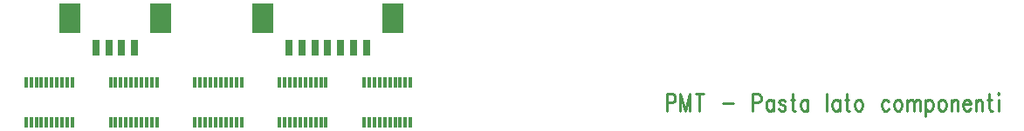
<source format=gbr>
*
*
G04 PADS VX.0 Build Number: 635560 generated Gerber (RS-274-X) file*
G04 PC Version=2.1*
*
%IN "FTC_001.pcb"*%
*
%MOIN*%
*
%FSLAX35Y35*%
*
*
*
*
G04 PC Standard Apertures*
*
*
G04 Thermal Relief Aperture macro.*
%AMTER*
1,1,$1,0,0*
1,0,$1-$2,0,0*
21,0,$3,$4,0,0,45*
21,0,$3,$4,0,0,135*
%
*
*
G04 Annular Aperture macro.*
%AMANN*
1,1,$1,0,0*
1,0,$2,0,0*
%
*
*
G04 Odd Aperture macro.*
%AMODD*
1,1,$1,0,0*
1,0,$1-0.005,0,0*
%
*
*
G04 PC Custom Aperture Macros*
*
*
*
*
*
*
G04 PC Aperture Table*
*
%ADD010C,0.01*%
%ADD040C,0.001*%
%ADD161R,0.02756X0.06299*%
%ADD162R,0.08268X0.11811*%
%ADD163R,0.01181X0.03937*%
*
*
*
*
G04 PC Circuitry*
G04 Layer Name FTC_001.pcb - circuitry*
%LPD*%
*
*
G04 PC Custom Flashes*
G04 Layer Name FTC_001.pcb - flashes*
%LPD*%
*
*
G04 PC Circuitry*
G04 Layer Name FTC_001.pcb - circuitry*
%LPD*%
*
G54D10*
G01X564961Y384909D02*
Y378346D01*
Y384909D02*
X567006D01*
X567688Y384596*
X567915Y384284*
X568142Y383659*
Y382721*
X567915Y382096*
X567688Y381784*
X567006Y381471*
X564961*
X570188Y384909D02*
Y378346D01*
Y384909D02*
X572006Y378346D01*
X573824Y384909D02*
X572006Y378346D01*
X573824Y384909D02*
Y378346D01*
X577461Y384909D02*
Y378346D01*
X575870Y384909D02*
X579052D01*
X586324Y381159D02*
X590415D01*
X597688Y384909D02*
Y378346D01*
Y384909D02*
X599733D01*
X600415Y384596*
X600642Y384284*
X600870Y383659*
Y382721*
X600642Y382096*
X600415Y381784*
X599733Y381471*
X597688*
X605642Y382721D02*
Y378346D01*
Y381784D02*
X605188Y382409D01*
X604733Y382721*
X604052*
X603597Y382409*
X603142Y381784*
X602915Y380846*
Y380221*
X603142Y379284*
X603597Y378659*
X604052Y378346*
X604733*
X605188Y378659*
X605642Y379284*
X610188Y381784D02*
X609961Y382409D01*
X609279Y382721*
X608597*
X607915Y382409*
X607688Y381784*
X607915Y381159*
X608370Y380846*
X609506Y380534*
X609961Y380221*
X610188Y379596*
Y379284*
X609961Y378659*
X609279Y378346*
X608597*
X607915Y378659*
X607688Y379284*
X612915Y384909D02*
Y379596D01*
X613142Y378659*
X613597Y378346*
X614052*
X612233Y382721D02*
X613824D01*
X618824D02*
Y378346D01*
Y381784D02*
X618370Y382409D01*
X617915Y382721*
X617233*
X616779Y382409*
X616324Y381784*
X616097Y380846*
Y380221*
X616324Y379284*
X616779Y378659*
X617233Y378346*
X617915*
X618370Y378659*
X618824Y379284*
X626097Y384909D02*
Y378346D01*
X630870Y382721D02*
Y378346D01*
Y381784D02*
X630415Y382409D01*
X629961Y382721*
X629279*
X628824Y382409*
X628370Y381784*
X628142Y380846*
Y380221*
X628370Y379284*
X628824Y378659*
X629279Y378346*
X629961*
X630415Y378659*
X630870Y379284*
X633597Y384909D02*
Y379596D01*
X633824Y378659*
X634279Y378346*
X634733*
X632915Y382721D02*
X634506D01*
X637915D02*
X637461Y382409D01*
X637006Y381784*
X636779Y380846*
Y380221*
X637006Y379284*
X637461Y378659*
X637915Y378346*
X638597*
X639052Y378659*
X639506Y379284*
X639733Y380221*
Y380846*
X639506Y381784*
X639052Y382409*
X638597Y382721*
X637915*
X649733Y381784D02*
X649279Y382409D01*
X648824Y382721*
X648142*
X647688Y382409*
X647233Y381784*
X647006Y380846*
Y380221*
X647233Y379284*
X647688Y378659*
X648142Y378346*
X648824*
X649279Y378659*
X649733Y379284*
X652915Y382721D02*
X652461Y382409D01*
X652006Y381784*
X651779Y380846*
Y380221*
X652006Y379284*
X652461Y378659*
X652915Y378346*
X653597*
X654052Y378659*
X654506Y379284*
X654733Y380221*
Y380846*
X654506Y381784*
X654052Y382409*
X653597Y382721*
X652915*
X656779D02*
Y378346D01*
Y381471D02*
X657461Y382409D01*
X657915Y382721*
X658597*
X659052Y382409*
X659279Y381471*
Y378346*
Y381471D02*
X659961Y382409D01*
X660415Y382721*
X661097*
X661552Y382409*
X661779Y381471*
Y378346*
X663824Y382721D02*
Y376159D01*
Y381784D02*
X664279Y382409D01*
X664733Y382721*
X665415*
X665870Y382409*
X666324Y381784*
X666552Y380846*
Y380221*
X666324Y379284*
X665870Y378659*
X665415Y378346*
X664733*
X664279Y378659*
X663824Y379284*
X669733Y382721D02*
X669279Y382409D01*
X668824Y381784*
X668597Y380846*
Y380221*
X668824Y379284*
X669279Y378659*
X669733Y378346*
X670415*
X670870Y378659*
X671324Y379284*
X671552Y380221*
Y380846*
X671324Y381784*
X670870Y382409*
X670415Y382721*
X669733*
X673597D02*
Y378346D01*
Y381471D02*
X674279Y382409D01*
X674733Y382721*
X675415*
X675870Y382409*
X676097Y381471*
Y378346*
X678142Y380846D02*
X680870D01*
Y381471*
X680642Y382096*
X680415Y382409*
X679961Y382721*
X679279*
X678824Y382409*
X678370Y381784*
X678142Y380846*
Y380221*
X678370Y379284*
X678824Y378659*
X679279Y378346*
X679961*
X680415Y378659*
X680870Y379284*
X682915Y382721D02*
Y378346D01*
Y381471D02*
X683597Y382409D01*
X684052Y382721*
X684733*
X685188Y382409*
X685415Y381471*
Y378346*
X688142Y384909D02*
Y379596D01*
X688370Y378659*
X688824Y378346*
X689279*
X687461Y382721D02*
X689052D01*
X691324Y384909D02*
X691552Y384596D01*
X691779Y384909*
X691552Y385221*
X691324Y384909*
X691552Y382721D02*
Y378346D01*
G54D40*
G54D161*
X450295Y402559D03*
X445374D03*
X440453D03*
X435531D03*
X430610D03*
X425689D03*
X420768D03*
X361713D03*
X356791D03*
X351870D03*
X346949D03*
G54D162*
X460335Y413976D03*
X410728D03*
X371752D03*
X336909D03*
G54D163*
X449409Y389213D03*
Y373780D03*
X451378Y389213D03*
Y373780D03*
X453346Y389213D03*
Y373780D03*
X455315Y389213D03*
Y373780D03*
X457283Y389213D03*
Y373780D03*
X459252Y389213D03*
Y373780D03*
X461220Y389213D03*
Y373780D03*
X463189Y389213D03*
Y373780D03*
X465157Y389213D03*
Y373780D03*
X467126Y389213D03*
Y373780D03*
X417126Y389213D03*
Y373780D03*
X419094Y389213D03*
Y373780D03*
X421063Y389213D03*
Y373780D03*
X423031Y389213D03*
Y373780D03*
X425000Y389213D03*
Y373780D03*
X426969Y389213D03*
Y373780D03*
X428937Y389213D03*
Y373780D03*
X430906Y389213D03*
Y373780D03*
X432874Y389213D03*
Y373780D03*
X434843Y389213D03*
Y373780D03*
X384843Y389213D03*
Y373780D03*
X386811Y389213D03*
Y373780D03*
X388780Y389213D03*
Y373780D03*
X390748Y389213D03*
Y373780D03*
X392717Y389213D03*
Y373780D03*
X394685Y389213D03*
Y373780D03*
X396654Y389213D03*
Y373780D03*
X398622Y389213D03*
Y373780D03*
X400591Y389213D03*
Y373780D03*
X402559Y389213D03*
Y373780D03*
X352559Y389213D03*
Y373780D03*
X354528Y389213D03*
Y373780D03*
X356496Y389213D03*
Y373780D03*
X358465Y389213D03*
Y373780D03*
X360433Y389213D03*
Y373780D03*
X362402Y389213D03*
Y373780D03*
X364370Y389213D03*
Y373780D03*
X366339Y389213D03*
Y373780D03*
X368307Y389213D03*
Y373780D03*
X370276Y389213D03*
Y373780D03*
X320276Y389213D03*
Y373780D03*
X322244Y389213D03*
Y373780D03*
X324213Y389213D03*
Y373780D03*
X326181Y389213D03*
Y373780D03*
X328150Y389213D03*
Y373780D03*
X330118Y389213D03*
Y373780D03*
X332087Y389213D03*
Y373780D03*
X334055Y389213D03*
Y373780D03*
X336024Y389213D03*
Y373780D03*
X337992Y389213D03*
Y373780D03*
X0Y0D02*
M02*

</source>
